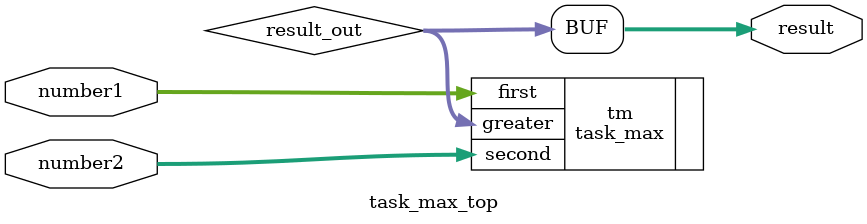
<source format=v>
`timescale 1ns / 1ps


module task_max_top(
    input [7:0] number1, number2,
    output [7:0] result
    );
    
    wire [7:0] result_out;
    task_max tm(
        .first(number1),
        .second(number2),
        .greater(result_out)
    );
    assign result = result_out;
endmodule
</source>
